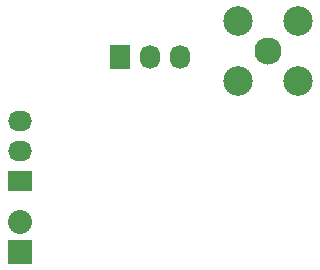
<source format=gbs>
G04 #@! TF.FileFunction,Soldermask,Bot*
%FSLAX46Y46*%
G04 Gerber Fmt 4.6, Leading zero omitted, Abs format (unit mm)*
G04 Created by KiCad (PCBNEW (after 2015-mar-04 BZR unknown)-product) date Sat 20 Jun 2015 01:48:00 AM EDT*
%MOMM*%
G01*
G04 APERTURE LIST*
%ADD10C,0.100000*%
%ADD11R,2.032000X2.032000*%
%ADD12O,2.032000X2.032000*%
%ADD13R,1.727200X2.032000*%
%ADD14O,1.727200X2.032000*%
%ADD15R,2.032000X1.727200*%
%ADD16O,2.032000X1.727200*%
%ADD17C,2.300000*%
%ADD18C,2.500000*%
G04 APERTURE END LIST*
D10*
D11*
X120500000Y-82500000D03*
D12*
X120500000Y-79960000D03*
D13*
X129000000Y-66000000D03*
D14*
X131540000Y-66000000D03*
X134080000Y-66000000D03*
D15*
X120500000Y-76500000D03*
D16*
X120500000Y-73960000D03*
X120500000Y-71420000D03*
D17*
X141500000Y-65500000D03*
D18*
X144040000Y-62960000D03*
X138960000Y-62960000D03*
X138960000Y-68040000D03*
X144040000Y-68040000D03*
M02*

</source>
